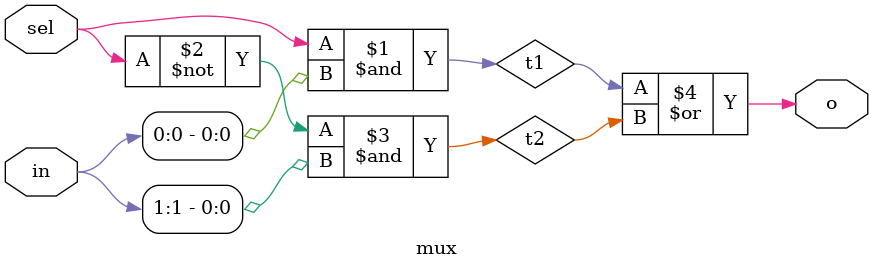
<source format=v>
module mux ( input [1:0] in , input sel , output o );
    and (t1,sel,in[0]);
    and (t2,~sel,in[1]);
    or (o,t1,t2);
endmodule
</source>
